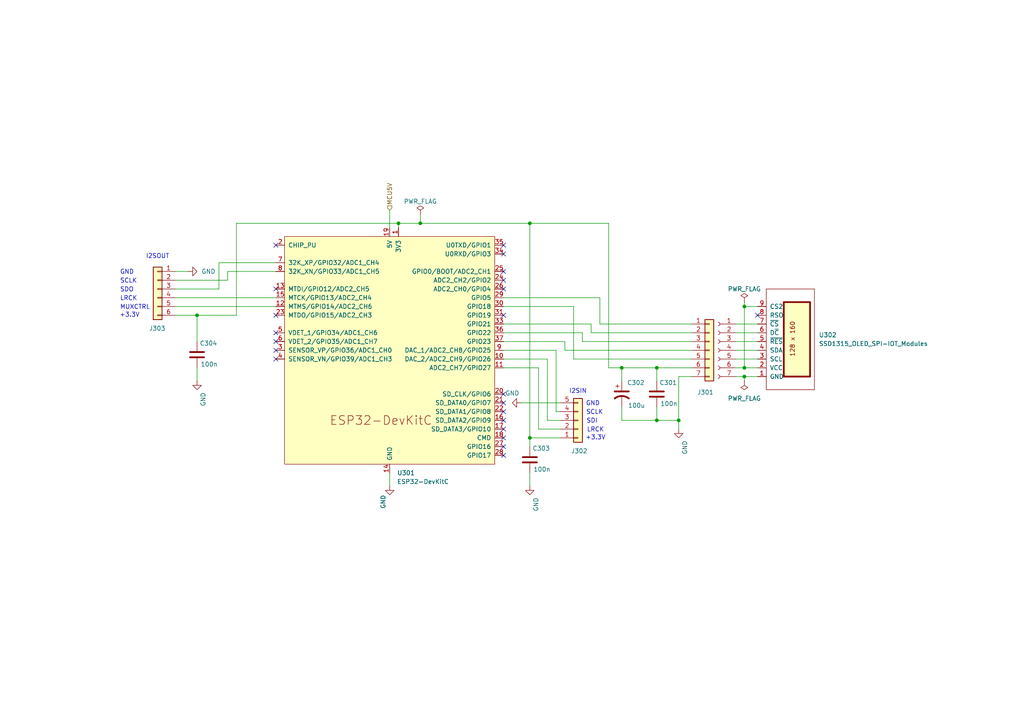
<source format=kicad_sch>
(kicad_sch (version 20250114) (generator "eeschema") (generator_version "9.0")
  (paper "A4")
  (lib_symbols
    (symbol "Connector:Conn_01x07_Socket" (pin_names (offset 1.016) (hide yes))
      (property "Reference" "J" (at 0 10.16 0))
      (property "Value" "Conn_01x07_Socket" (at 0 -10.16 0))
      (symbol "Conn_01x07_Socket_1_1"
        (polyline (pts (xy -1.27 7.62) (xy -0.508 7.62)) (stroke (width 0.1524)))
        (polyline (pts (xy -1.27 5.08) (xy -0.508 5.08)) (stroke (width 0.1524)))
        (polyline (pts (xy -1.27 2.54) (xy -0.508 2.54)) (stroke (width 0.1524)))
        (polyline (pts (xy -1.27 0) (xy -0.508 0)) (stroke (width 0.1524)))
        (polyline (pts (xy -1.27 -2.54) (xy -0.508 -2.54)) (stroke (width 0.1524)))
        (polyline (pts (xy -1.27 -5.08) (xy -0.508 -5.08)) (stroke (width 0.1524)))
        (polyline (pts (xy -1.27 -7.62) (xy -0.508 -7.62)) (stroke (width 0.1524)))
        (arc (start 0 7.112) (mid -0.5058 7.62) (end 0 8.128) (stroke (width 0.1524)))
        (arc (start 0 4.572) (mid -0.5058 5.08) (end 0 5.588) (stroke (width 0.1524)))
        (arc (start 0 2.032) (mid -0.5058 2.54) (end 0 3.048) (stroke (width 0.1524)))
        (arc (start 0 -0.508) (mid -0.5058 0) (end 0 0.508) (stroke (width 0.1524)))
        (arc (start 0 -3.048) (mid -0.5058 -2.54) (end 0 -2.032) (stroke (width 0.1524)))
        (arc (start 0 -5.588) (mid -0.5058 -5.08) (end 0 -4.572) (stroke (width 0.1524)))
        (arc (start 0 -8.128) (mid -0.5058 -7.62) (end 0 -7.112) (stroke (width 0.1524)))
        (pin passive line (at -5.08 7.62 0) (length 3.81) (name "Pin_1") (number "1"))
        (pin passive line (at -5.08 5.08 0) (length 3.81) (name "Pin_2") (number "2"))
        (pin passive line (at -5.08 2.54 0) (length 3.81) (name "Pin_3") (number "3"))
        (pin passive line (at -5.08 0 0) (length 3.81) (name "Pin_4") (number "4"))
        (pin passive line (at -5.08 -2.54 0) (length 3.81) (name "Pin_5") (number "5"))
        (pin passive line (at -5.08 -5.08 0) (length 3.81) (name "Pin_6") (number "6"))
        (pin passive line (at -5.08 -7.62 0) (length 3.81) (name "Pin_7") (number "7"))
      )
    )
    (symbol "Connector_Generic:Conn_01x05" (pin_names (offset 1.016) (hide yes))
      (property "Reference" "J" (at 0 7.62 0))
      (property "Value" "Conn_01x05" (at 0 -7.62 0))
      (symbol "Conn_01x05_1_1"
        (rectangle (start -1.27 6.35) (end 1.27 -6.35) (stroke (width 0.254)) (fill (type background)))
        (rectangle (start -1.27 5.207) (end 0 4.953) (stroke (width 0.1524)))
        (rectangle (start -1.27 2.667) (end 0 2.413) (stroke (width 0.1524)))
        (rectangle (start -1.27 0.127) (end 0 -0.127) (stroke (width 0.1524)))
        (rectangle (start -1.27 -2.413) (end 0 -2.667) (stroke (width 0.1524)))
        (rectangle (start -1.27 -4.953) (end 0 -5.207) (stroke (width 0.1524)))
        (pin passive line (at -5.08 5.08 0) (length 3.81) (name "Pin_1") (number "1"))
        (pin passive line (at -5.08 2.54 0) (length 3.81) (name "Pin_2") (number "2"))
        (pin passive line (at -5.08 0 0) (length 3.81) (name "Pin_3") (number "3"))
        (pin passive line (at -5.08 -2.54 0) (length 3.81) (name "Pin_4") (number "4"))
        (pin passive line (at -5.08 -5.08 0) (length 3.81) (name "Pin_5") (number "5"))
      )
    )
    (symbol "Connector_Generic:Conn_01x06" (pin_names (offset 1.016) (hide yes))
      (property "Reference" "J" (at 0 7.62 0))
      (property "Value" "Conn_01x06" (at 0 -10.16 0))
      (symbol "Conn_01x06_1_1"
        (rectangle (start -1.27 6.35) (end 1.27 -8.89) (stroke (width 0.254)) (fill (type background)))
        (rectangle (start -1.27 5.207) (end 0 4.953) (stroke (width 0.1524)))
        (rectangle (start -1.27 2.667) (end 0 2.413) (stroke (width 0.1524)))
        (rectangle (start -1.27 0.127) (end 0 -0.127) (stroke (width 0.1524)))
        (rectangle (start -1.27 -2.413) (end 0 -2.667) (stroke (width 0.1524)))
        (rectangle (start -1.27 -4.953) (end 0 -5.207) (stroke (width 0.1524)))
        (rectangle (start -1.27 -7.493) (end 0 -7.747) (stroke (width 0.1524)))
        (pin passive line (at -5.08 5.08 0) (length 3.81) (name "Pin_1") (number "1"))
        (pin passive line (at -5.08 2.54 0) (length 3.81) (name "Pin_2") (number "2"))
        (pin passive line (at -5.08 0 0) (length 3.81) (name "Pin_3") (number "3"))
        (pin passive line (at -5.08 -2.54 0) (length 3.81) (name "Pin_4") (number "4"))
        (pin passive line (at -5.08 -5.08 0) (length 3.81) (name "Pin_5") (number "5"))
        (pin passive line (at -5.08 -7.62 0) (length 3.81) (name "Pin_6") (number "6"))
      )
    )
    (symbol "Connector_Generic:Conn_01x07" (pin_names (offset 1.016) (hide yes))
      (property "Reference" "J" (at 0 10.16 0))
      (property "Value" "Conn_01x07" (at 0 -10.16 0))
      (symbol "Conn_01x07_1_1"
        (rectangle (start -1.27 8.89) (end 1.27 -8.89) (stroke (width 0.254)) (fill (type background)))
        (rectangle (start -1.27 7.747) (end 0 7.493) (stroke (width 0.1524)))
        (rectangle (start -1.27 5.207) (end 0 4.953) (stroke (width 0.1524)))
        (rectangle (start -1.27 2.667) (end 0 2.413) (stroke (width 0.1524)))
        (rectangle (start -1.27 0.127) (end 0 -0.127) (stroke (width 0.1524)))
        (rectangle (start -1.27 -2.413) (end 0 -2.667) (stroke (width 0.1524)))
        (rectangle (start -1.27 -4.953) (end 0 -5.207) (stroke (width 0.1524)))
        (rectangle (start -1.27 -7.493) (end 0 -7.747) (stroke (width 0.1524)))
        (pin passive line (at -5.08 7.62 0) (length 3.81) (name "Pin_1") (number "1"))
        (pin passive line (at -5.08 5.08 0) (length 3.81) (name "Pin_2") (number "2"))
        (pin passive line (at -5.08 2.54 0) (length 3.81) (name "Pin_3") (number "3"))
        (pin passive line (at -5.08 0 0) (length 3.81) (name "Pin_4") (number "4"))
        (pin passive line (at -5.08 -2.54 0) (length 3.81) (name "Pin_5") (number "5"))
        (pin passive line (at -5.08 -5.08 0) (length 3.81) (name "Pin_6") (number "6"))
        (pin passive line (at -5.08 -7.62 0) (length 3.81) (name "Pin_7") (number "7"))
      )
    )
    (symbol "Device:C" (pin_numbers (hide yes)) (pin_names (offset 0.254))
      (property "Reference" "C" (at 0.635 2.54 0))
      (property "Value" "C" (at 0.635 -2.54 0))
      (symbol "C_0_1"
        (polyline (pts (xy -2.032 0.762) (xy 2.032 0.762)) (stroke (width 0.508)))
        (polyline (pts (xy -2.032 -0.762) (xy 2.032 -0.762)) (stroke (width 0.508)))
      )
      (symbol "C_1_1"
        (pin passive line (at 0 3.81 270) (length 2.794) (name "~") (number "1"))
        (pin passive line (at 0 -3.81 90) (length 2.794) (name "~") (number "2"))
      )
    )
    (symbol "Device:C_Polarized_US" (pin_numbers (hide yes)) (pin_names (offset 0.254) (hide yes))
      (property "Reference" "C" (at 0.635 2.54 0))
      (property "Value" "C_Polarized_US" (at 0.635 -2.54 0))
      (symbol "C_Polarized_US_0_1"
        (polyline (pts (xy -2.032 0.762) (xy 2.032 0.762)) (stroke (width 0.508)))
        (polyline (pts (xy -1.778 2.286) (xy -0.762 2.286)))
        (polyline (pts (xy -1.27 1.778) (xy -1.27 2.794)))
        (arc (start -2.032 -1.27) (mid 0 -0.5572) (end 2.032 -1.27) (stroke (width 0.508)))
      )
      (symbol "C_Polarized_US_1_1"
        (pin passive line (at 0 3.81 270) (length 2.794) (name "~") (number "1"))
        (pin passive line (at 0 -3.81 90) (length 3.302) (name "~") (number "2"))
      )
    )
    (symbol "Espressif:ESP32-DevKitC" (pin_names (offset 1.016))
      (property "Reference" "U" (at -30.48 38.1 0))
      (property "Value" "ESP32-DevKitC" (at -30.48 35.56 0))
      (symbol "ESP32-DevKitC_0_0"
        (text "ESP32-DevKitC" (at -2.54 -20.32 0) (effects (font (size 2.54 2.54))))
        (pin power_in line (at 0 35.56 270) (length 2.54) (name "5V") (number "19"))
        (pin power_in line (at 0 -35.56 90) (length 2.54) (name "GND") (number "14"))
      )
      (symbol "ESP32-DevKitC_0_1"
        (rectangle (start -30.48 33.02) (end 30.48 -33.02) (fill (type background)))
      )
      (symbol "ESP32-DevKitC_1_1"
        (pin input line (at -33.02 30.48 0) (length 2.54) (name "CHIP_PU") (number "2"))
        (pin bidirectional line (at -33.02 25.4 0) (length 2.54) (name "32K_XP/GPIO32/ADC1_CH4") (number "7"))
        (pin bidirectional line (at -33.02 22.86 0) (length 2.54) (name "32K_XN/GPIO33/ADC1_CH5") (number "8"))
        (pin bidirectional line (at -33.02 17.78 0) (length 2.54) (name "MTDI/GPIO12/ADC2_CH5") (number "13"))
        (pin bidirectional line (at -33.02 15.24 0) (length 2.54) (name "MTCK/GPIO13/ADC2_CH4") (number "15"))
        (pin bidirectional line (at -33.02 12.7 0) (length 2.54) (name "MTMS/GPIO14/ADC2_CH6") (number "12"))
        (pin bidirectional line (at -33.02 10.16 0) (length 2.54) (name "MTDO/GPIO15/ADC2_CH3") (number "23"))
        (pin input line (at -33.02 5.08 0) (length 2.54) (name "VDET_1/GPIO34/ADC1_CH6") (number "5"))
        (pin input line (at -33.02 2.54 0) (length 2.54) (name "VDET_2/GPIO35/ADC1_CH7") (number "6"))
        (pin input line (at -33.02 0 0) (length 2.54) (name "SENSOR_VP/GPIO36/ADC1_CH0") (number "3"))
        (pin input line (at -33.02 -2.54 0) (length 2.54) (name "SENSOR_VN/GPIO39/ADC1_CH3") (number "4"))
        (pin passive line (at 0 -35.56 90) (length 2.54) (hide yes) (name "GND") (number "32"))
        (pin passive line (at 0 -35.56 90) (length 2.54) (hide yes) (name "GND") (number "38"))
        (pin power_in line (at 2.54 35.56 270) (length 2.54) (name "3V3") (number "1"))
        (pin bidirectional line (at 33.02 30.48 180) (length 2.54) (name "U0TXD/GPIO1") (number "35"))
        (pin bidirectional line (at 33.02 27.94 180) (length 2.54) (name "U0RXD/GPIO3") (number "34"))
        (pin bidirectional line (at 33.02 22.86 180) (length 2.54) (name "GPIO0/BOOT/ADC2_CH1") (number "25"))
        (pin bidirectional line (at 33.02 20.32 180) (length 2.54) (name "ADC2_CH2/GPIO2") (number "24"))
        (pin bidirectional line (at 33.02 17.78 180) (length 2.54) (name "ADC2_CH0/GPIO4") (number "26"))
        (pin bidirectional line (at 33.02 15.24 180) (length 2.54) (name "GPIO5") (number "29"))
        (pin bidirectional line (at 33.02 12.7 180) (length 2.54) (name "GPIO18") (number "30"))
        (pin bidirectional line (at 33.02 10.16 180) (length 2.54) (name "GPIO19") (number "31"))
        (pin bidirectional line (at 33.02 7.62 180) (length 2.54) (name "GPIO21") (number "33"))
        (pin bidirectional line (at 33.02 5.08 180) (length 2.54) (name "GPIO22") (number "36"))
        (pin bidirectional line (at 33.02 2.54 180) (length 2.54) (name "GPIO23") (number "37"))
        (pin bidirectional line (at 33.02 0 180) (length 2.54) (name "DAC_1/ADC2_CH8/GPIO25") (number "9"))
        (pin bidirectional line (at 33.02 -2.54 180) (length 2.54) (name "DAC_2/ADC2_CH9/GPIO26") (number "10"))
        (pin bidirectional line (at 33.02 -5.08 180) (length 2.54) (name "ADC2_CH7/GPIO27") (number "11"))
        (pin bidirectional line (at 33.02 -12.7 180) (length 2.54) (name "SD_CLK/GPIO6") (number "20"))
        (pin bidirectional line (at 33.02 -15.24 180) (length 2.54) (name "SD_DATA0/GPIO7") (number "21"))
        (pin bidirectional line (at 33.02 -17.78 180) (length 2.54) (name "SD_DATA1/GPIO8") (number "22"))
        (pin bidirectional line (at 33.02 -20.32 180) (length 2.54) (name "SD_DATA2/GPIO9") (number "16"))
        (pin bidirectional line (at 33.02 -22.86 180) (length 2.54) (name "SD_DATA3/GPIO10") (number "17"))
        (pin bidirectional line (at 33.02 -25.4 180) (length 2.54) (name "CMD") (number "18"))
        (pin bidirectional line (at 33.02 -27.94 180) (length 2.54) (name "GPIO16") (number "27"))
        (pin bidirectional line (at 33.02 -30.48 180) (length 2.54) (name "GPIO17") (number "28"))
      )
    )
    (symbol "GND_1" (power) (pin_numbers (hide yes)) (pin_names (offset 0) (hide yes))
      (property "Value" "GND" (at 0 -3.81 0))
      (symbol "GND_1_0_1"
        (polyline (pts (xy 0 0) (xy 0 -1.27) (xy 1.27 -1.27) (xy 0 -2.54) (xy -1.27 -1.27) (xy 0 -1.27)))
      )
      (symbol "GND_1_1_1"
        (pin power_in line (at 0 0 270) (length 0) (name "~") (number "1"))
      )
    )
    (symbol "GND_6" (power) (pin_numbers (hide yes)) (pin_names (offset 0) (hide yes))
      (property "Value" "GND" (at 0 -3.81 0))
      (symbol "GND_6_0_1"
        (polyline (pts (xy 0 0) (xy 0 -1.27) (xy 1.27 -1.27) (xy 0 -2.54) (xy -1.27 -1.27) (xy 0 -1.27)))
      )
      (symbol "GND_6_1_1"
        (pin power_in line (at 0 0 270) (length 0) (name "~") (number "1"))
      )
    )
    (symbol "PWR_FLAG_2" (power) (pin_numbers (hide yes)) (pin_names (offset 0) (hide yes))
      (property "Value" "PWR_FLAG" (at 0 3.81 0))
      (symbol "PWR_FLAG_2_0_0"
        (pin power_out line (at 0 0 90) (length 0) (name "~") (number "1"))
      )
      (symbol "PWR_FLAG_2_0_1"
        (polyline (pts (xy 0 0) (xy 0 1.27) (xy -1.016 1.905) (xy 0 2.54) (xy 1.016 1.905) (xy 0 1.27)))
      )
    )
    (symbol "SSD1315_OLED_SPI:SSD1315_OLED_SPI-IOT_Modules" (pin_names (offset 1.016))
      (property "Reference" "U" (at 12.7 10.16 0))
      (property "Value" "SSD1315_OLED_SPI-IOT_Modules" (at -1.27 -7.62 0))
      (symbol "SSD1315_OLED_SPI-IOT_Modules_1_1"
        (polyline (pts (xy -15.24 8.89) (xy -15.24 -5.08) (xy 13.97 -5.08) (xy 13.97 8.89) (xy -15.24 8.89)))
        (polyline (pts (xy -11.43 3.81) (xy 10.16 3.81) (xy 10.16 -3.81) (xy -11.43 -3.81) (xy -11.43 3.81)) (stroke (width 0.508)) (fill (type background)))
        (text "128 x 160 " (at 0 1.27 0) (effects (font (size 1.27 1.27))))
        (pin power_in line (at -11.43 11.43 270) (length 2.54) (name "GND") (number "1"))
        (pin power_in line (at -8.89 11.43 270) (length 2.54) (name "VCC") (number "2"))
        (pin input line (at -6.35 11.43 270) (length 2.54) (name "SCL") (number "3"))
        (pin input line (at -3.81 11.43 270) (length 2.54) (name "SDA") (number "4"))
        (pin input line (at -1.27 11.43 270) (length 2.54) (name "~{RES}") (number "5"))
        (pin input line (at 1.27 11.43 270) (length 2.54) (name "D~{C}") (number "6"))
        (pin input line (at 3.81 11.43 270) (length 2.54) (name "~{CS}") (number "7"))
        (pin output line (at 6.35 11.43 270) (length 2.54) (name "RSO") (number "8"))
        (pin input line (at 8.89 11.43 270) (length 2.54) (name "CS2") (number "9"))
      )
    )
    (symbol "power:GND" (power) (pin_numbers (hide yes)) (pin_names (offset 0) (hide yes))
      (property "Value" "GND" (at 0 -3.81 0))
      (symbol "GND_0_1"
        (polyline (pts (xy 0 0) (xy 0 -1.27) (xy 1.27 -1.27) (xy 0 -2.54) (xy -1.27 -1.27) (xy 0 -1.27)))
      )
      (symbol "GND_1_1"
        (pin power_in line (at 0 0 270) (length 0) (name "~") (number "1"))
      )
    )
  )
  (bus_alias "SPI{MISO MOSI SCK DREQ XRST XCS XDCS}" (members "MISO" "MOSI" "SCK" "DREQ" "XRST" "XDCS"))
  (text "LRCK" (at 172.72 124.714 0) (effects (font (size 1.27 1.27))))
  (text "SDO" (at 34.798 84.836 0) (effects (font (size 1.27 1.27)) (justify left bottom)))
  (text "SCLK" (exclude_from_sim yes) (at 172.466 119.634 0) (effects (font (size 1.27 1.27))))
  (text "I2SIN\n" (at 167.64 113.538 0) (effects (font (size 1.27 1.27))))
  (text "LRCK" (at 34.798 87.376 0) (effects (font (size 1.27 1.27)) (justify left bottom)))
  (text "SDI" (at 171.704 122.174 0) (effects (font (size 1.27 1.27))))
  (text "I2SOUT\n" (at 45.72 74.422 0) (effects (font (size 1.27 1.27))))
  (text "SCLK" (at 34.798 82.296 0) (effects (font (size 1.27 1.27)) (justify left bottom)))
  (text "+3.3V" (exclude_from_sim yes) (at 172.72 127 0) (effects (font (size 1.27 1.27))))
  (text "MUXCTRL" (at 34.798 89.916 0) (effects (font (size 1.27 1.27)) (justify left bottom)))
  (text "GND" (exclude_from_sim yes) (at 36.83 78.994 0) (effects (font (size 1.27 1.27))))
  (text "GND" (exclude_from_sim yes) (at 171.958 117.094 0) (effects (font (size 1.27 1.27))))
  (text "+3.3V" (exclude_from_sim yes) (at 37.592 91.44 0) (effects (font (size 1.27 1.27))))
  (junction (at 57.15 91.44))
  (junction (at 196.85 121.92))
  (junction (at 180.34 106.68))
  (junction (at 190.5 121.92))
  (junction (at 215.9 88.9))
  (junction (at 153.67 64.77))
  (junction (at 115.57 64.77))
  (junction (at 121.92 64.77))
  (junction (at 153.67 127))
  (junction (at 215.9 109.22))
  (junction (at 190.5 106.68))
  (junction (at 215.9 106.68))
  (no_connect (at 146.05 73.66))
  (no_connect (at 80.01 91.44))
  (no_connect (at 80.01 83.82))
  (no_connect (at 146.05 116.84))
  (no_connect (at 146.05 78.74))
  (no_connect (at 80.01 101.6))
  (no_connect (at 146.05 91.44))
  (no_connect (at 146.05 127))
  (no_connect (at 146.05 83.82))
  (no_connect (at 80.01 96.52))
  (no_connect (at 146.05 121.92))
  (no_connect (at 80.01 71.12))
  (no_connect (at 146.05 132.08))
  (no_connect (at 80.01 99.06))
  (no_connect (at 146.05 114.3))
  (no_connect (at 219.71 91.44))
  (no_connect (at 146.05 124.46))
  (no_connect (at 146.05 71.12))
  (no_connect (at 146.05 119.38))
  (no_connect (at 146.05 129.54))
  (no_connect (at 146.05 81.28))
  (no_connect (at 80.01 104.14))
  (wire (pts (xy 161.29 119.38) (xy 162.56 119.38)))
  (wire (pts (xy 176.53 64.77) (xy 176.53 106.68)))
  (wire (pts (xy 68.58 91.44) (xy 68.58 64.77)))
  (wire (pts (xy 215.9 106.68) (xy 219.71 106.68)))
  (wire (pts (xy 168.91 99.06) (xy 200.66 99.06)))
  (wire (pts (xy 66.04 78.74) (xy 66.04 81.28)))
  (wire (pts (xy 156.21 124.46) (xy 156.21 106.68)))
  (wire (pts (xy 146.05 93.98) (xy 171.45 93.98)))
  (wire (pts (xy 163.83 101.6) (xy 200.66 101.6)))
  (wire (pts (xy 171.45 96.52) (xy 200.66 96.52)))
  (wire (pts (xy 68.58 64.77) (xy 115.57 64.77)))
  (wire (pts (xy 57.15 91.44) (xy 68.58 91.44)))
  (wire (pts (xy 57.15 91.44) (xy 57.15 99.06)))
  (wire (pts (xy 190.5 106.68) (xy 200.66 106.68)))
  (wire (pts (xy 153.67 127) (xy 153.67 64.77)))
  (wire (pts (xy 153.67 137.16) (xy 153.67 140.97)))
  (wire (pts (xy 146.05 99.06) (xy 163.83 99.06)))
  (wire (pts (xy 215.9 88.9) (xy 219.71 88.9)))
  (wire (pts (xy 161.29 101.6) (xy 161.29 119.38)))
  (wire (pts (xy 190.5 118.11) (xy 190.5 121.92)))
  (wire (pts (xy 213.36 104.14) (xy 219.71 104.14)))
  (wire (pts (xy 121.92 64.77) (xy 153.67 64.77)))
  (wire (pts (xy 200.66 93.98) (xy 173.99 93.98)))
  (wire (pts (xy 63.5 76.2) (xy 80.01 76.2)))
  (wire (pts (xy 213.36 106.68) (xy 215.9 106.68)))
  (wire (pts (xy 215.9 87.63) (xy 215.9 88.9)))
  (wire (pts (xy 168.91 96.52) (xy 168.91 99.06)))
  (wire (pts (xy 215.9 109.22) (xy 215.9 110.49)))
  (wire (pts (xy 190.5 121.92) (xy 180.34 121.92)))
  (wire (pts (xy 146.05 104.14) (xy 158.75 104.14)))
  (wire (pts (xy 146.05 96.52) (xy 168.91 96.52)))
  (wire (pts (xy 180.34 110.49) (xy 180.34 106.68)))
  (wire (pts (xy 151.13 116.84) (xy 162.56 116.84)))
  (wire (pts (xy 50.8 86.36) (xy 80.01 86.36)))
  (wire (pts (xy 50.8 81.28) (xy 66.04 81.28)))
  (wire (pts (xy 146.05 101.6) (xy 161.29 101.6)))
  (wire (pts (xy 146.05 88.9) (xy 166.37 88.9)))
  (wire (pts (xy 162.56 127) (xy 153.67 127)))
  (wire (pts (xy 158.75 121.92) (xy 162.56 121.92)))
  (wire (pts (xy 196.85 121.92) (xy 196.85 124.46)))
  (wire (pts (xy 162.56 124.46) (xy 156.21 124.46)))
  (wire (pts (xy 173.99 86.36) (xy 146.05 86.36)))
  (wire (pts (xy 156.21 106.68) (xy 146.05 106.68)))
  (wire (pts (xy 158.75 104.14) (xy 158.75 121.92)))
  (wire (pts (xy 213.36 96.52) (xy 219.71 96.52)))
  (wire (pts (xy 113.03 137.16) (xy 113.03 140.97)))
  (wire (pts (xy 180.34 121.92) (xy 180.34 118.11)))
  (wire (pts (xy 115.57 64.77) (xy 121.92 64.77)))
  (wire (pts (xy 213.36 109.22) (xy 215.9 109.22)))
  (wire (pts (xy 196.85 109.22) (xy 196.85 121.92)))
  (wire (pts (xy 50.8 83.82) (xy 63.5 83.82)))
  (wire (pts (xy 113.03 60.96) (xy 113.03 66.04)))
  (wire (pts (xy 115.57 64.77) (xy 115.57 66.04)))
  (wire (pts (xy 213.36 93.98) (xy 219.71 93.98)))
  (wire (pts (xy 215.9 109.22) (xy 219.71 109.22)))
  (wire (pts (xy 171.45 93.98) (xy 171.45 96.52)))
  (wire (pts (xy 163.83 99.06) (xy 163.83 101.6)))
  (wire (pts (xy 57.15 106.68) (xy 57.15 110.49)))
  (wire (pts (xy 153.67 127) (xy 153.67 129.54)))
  (wire (pts (xy 176.53 106.68) (xy 180.34 106.68)))
  (wire (pts (xy 200.66 104.14) (xy 166.37 104.14)))
  (wire (pts (xy 50.8 91.44) (xy 57.15 91.44)))
  (wire (pts (xy 50.8 88.9) (xy 80.01 88.9)))
  (wire (pts (xy 121.92 62.23) (xy 121.92 64.77)))
  (wire (pts (xy 66.04 78.74) (xy 80.01 78.74)))
  (wire (pts (xy 63.5 76.2) (xy 63.5 83.82)))
  (wire (pts (xy 213.36 101.6) (xy 219.71 101.6)))
  (wire (pts (xy 180.34 106.68) (xy 190.5 106.68)))
  (wire (pts (xy 166.37 88.9) (xy 166.37 104.14)))
  (wire (pts (xy 190.5 106.68) (xy 190.5 110.49)))
  (wire (pts (xy 215.9 106.68) (xy 215.9 88.9)))
  (wire (pts (xy 196.85 121.92) (xy 190.5 121.92)))
  (wire (pts (xy 153.67 64.77) (xy 176.53 64.77)))
  (wire (pts (xy 213.36 99.06) (xy 219.71 99.06)))
  (wire (pts (xy 200.66 109.22) (xy 196.85 109.22)))
  (wire (pts (xy 173.99 93.98) (xy 173.99 86.36)))
  (wire (pts (xy 50.8 78.74) (xy 54.61 78.74)))
  (hierarchical_label "MCU5V" (shape input) (at 113.03 60.96 90))
  (symbol (lib_id "Device:C") (at 153.67 133.35 0) (unit 1)
    (property "Reference" "C303" (at 154.432 130.048 0) (effects (justify left)))
    (property "Value" "100n" (at 154.686 136.144 0) (effects (justify left)))
    (property "Footprint" "Capacitor_THT:C_Disc_D5.0mm_W2.5mm_P5.00mm" (effects (hide yes)))
    (property "Description" "Unpolarized capacitor" (effects (hide yes)))
  )
  (symbol (lib_id "Connector:Conn_01x07_Socket") (at 208.28 101.6 0) (mirror y) (unit 1) (on_board no)
    (property "Reference" "J399" (effects (hide yes)))
    (property "Value" "Conn_01x07_Socket" (effects (hide yes)))
    (property "Description" "Generic connector, single row, 01x07, script generated" (effects (hide yes)))
  )
  (symbol (lib_name "GND_1") (lib_id "power:GND") (at 196.85 124.46 0) (mirror y) (unit 1)
    (property "Reference" "#PWR0301" (effects (hide yes)))
    (property "Value" "GND" (at 198.628 127.762 90) (effects (justify right)))
    (property "Description" "Power symbol creates a global label with name \"GND\" , ground" (effects (hide yes)))
  )
  (symbol (lib_id "Espressif:ESP32-DevKitC") (at 113.03 101.6 0) (unit 1)
    (property "Reference" "U301" (at 115.1733 137.16 0) (effects (justify left)))
    (property "Value" "ESP32-DevKitC" (at 115.1733 139.7 0) (effects (justify left)))
    (property "Footprint" "KiCad_modulesFP:ESP32-DevKitC" (effects (hide yes)))
    (property "Datasheet" "https://docs.espressif.com/projects/esp-idf/zh_CN/latest/esp32/hw-reference/esp32/get-started-devkitc.html" (effects (hide yes)))
    (property "Description" "Development Kit" (effects (hide yes)))
  )
  (symbol (lib_id "Device:C_Polarized_US") (at 180.34 114.3 0) (unit 1)
    (property "Reference" "C302" (at 181.864 110.998 0) (effects (justify left)))
    (property "Value" "100u" (at 182.118 117.602 0) (effects (justify left)))
    (property "Footprint" "Capacitor_THT:CP_Radial_D8.0mm_P5.00mm" (effects (hide yes)))
    (property "Description" "Polarized capacitor, US symbol" (effects (hide yes)))
  )
  (symbol (lib_name "GND_6") (lib_id "power:GND") (at 151.13 116.84 270) (mirror x) (unit 1)
    (property "Reference" "#PWR0316" (effects (hide yes)))
    (property "Value" "GND" (at 148.59 114.046 90))
    (property "Description" "Power symbol creates a global label with name \"GND\" , ground" (effects (hide yes)))
  )
  (symbol (lib_id "Device:C") (at 190.5 114.3 0) (unit 1)
    (property "Reference" "C301" (at 191.262 110.998 0) (effects (justify left)))
    (property "Value" "100n" (at 191.516 117.094 0) (effects (justify left)))
    (property "Footprint" "Capacitor_THT:C_Disc_D5.0mm_W2.5mm_P5.00mm" (effects (hide yes)))
    (property "Description" "Unpolarized capacitor" (effects (hide yes)))
  )
  (symbol (lib_name "PWR_FLAG_2") (lib_id "power:PWR_FLAG") (at 121.92 62.23 0) (unit 1)
    (property "Reference" "#FLG0301" (effects (hide yes)))
    (property "Value" "PWR_FLAG" (at 121.92 58.42 0))
    (property "Description" "Special symbol for telling ERC where power comes from" (effects (hide yes)))
  )
  (symbol (lib_name "GND_1") (lib_id "power:GND") (at 153.67 140.97 0) (mirror y) (unit 1)
    (property "Reference" "#PWR0303" (effects (hide yes)))
    (property "Value" "GND" (at 155.448 144.272 90) (effects (justify right)))
    (property "Description" "Power symbol creates a global label with name \"GND\" , ground" (effects (hide yes)))
  )
  (symbol (lib_id "Connector_Generic:Conn_01x05") (at 167.64 121.92 0) (mirror x) (unit 1)
    (property "Reference" "J302" (at 165.608 130.81 0) (effects (justify left)))
    (property "Value" "Conn_01x05" (effects (hide yes)))
    (property "Footprint" "Connector_Molex:Molex_PicoBlade_53048-0510_1x05_P1.25mm_Horizontal" (effects (hide yes)))
    (property "Description" "Generic connector, single row, 01x05, script generated (kicad-library-utils/schlib/autogen/connector/)" (effects (hide yes)))
  )
  (symbol (lib_name "GND_1") (lib_id "power:GND") (at 57.15 110.49 0) (mirror y) (unit 1)
    (property "Reference" "#PWR0304" (effects (hide yes)))
    (property "Value" "GND" (at 58.928 113.792 90) (effects (justify right)))
    (property "Description" "Power symbol creates a global label with name \"GND\" , ground" (effects (hide yes)))
  )
  (symbol (lib_name "PWR_FLAG_2") (lib_id "power:PWR_FLAG") (at 215.9 87.63 0) (unit 1)
    (property "Reference" "#FLG0302" (effects (hide yes)))
    (property "Value" "PWR_FLAG" (at 215.9 83.82 0))
    (property "Description" "Special symbol for telling ERC where power comes from" (effects (hide yes)))
  )
  (symbol (lib_id "Device:C") (at 57.15 102.87 0) (unit 1)
    (property "Reference" "C304" (at 57.912 99.568 0) (effects (justify left)))
    (property "Value" "100n" (at 58.166 105.664 0) (effects (justify left)))
    (property "Footprint" "Capacitor_THT:C_Disc_D5.0mm_W2.5mm_P5.00mm" (effects (hide yes)))
    (property "Description" "Unpolarized capacitor" (effects (hide yes)))
  )
  (symbol (lib_name "GND_1") (lib_id "power:GND") (at 113.03 140.97 0) (mirror y) (unit 1)
    (property "Reference" "#PWR0302" (effects (hide yes)))
    (property "Value" "GND" (at 111.125 143.51 90) (effects (justify right)))
    (property "Description" "Power symbol creates a global label with name \"GND\" , ground" (effects (hide yes)))
  )
  (symbol (lib_id "SSD1315_OLED_SPI:SSD1315_OLED_SPI-IOT_Modules") (at 231.14 97.79 90) (unit 1) (in_bom no) (on_board no)
    (property "Reference" "U302" (at 237.49 97.1549 90) (effects (justify right)))
    (property "Value" "SSD1315_OLED_SPI-IOT_Modules" (at 237.49 99.6949 90) (effects (justify right)))
    (property "Description" "OLED with SPI interface and a SSD1315 controller" (effects (hide yes)))
  )
  (symbol (lib_id "power:GND") (at 54.61 78.74 90) (unit 1)
    (property "Reference" "#PWR0504" (effects (hide yes)))
    (property "Value" "GND" (at 58.42 78.7399 90) (effects (justify right)))
    (property "Description" "Power symbol creates a global label with name \"GND\" , ground" (effects (hide yes)))
  )
  (symbol (lib_id "Connector_Generic:Conn_01x07") (at 205.74 101.6 0) (unit 1)
    (property "Reference" "J301" (at 202.184 113.792 0) (effects (justify left)))
    (property "Value" "Conn_01x07" (effects (hide yes)))
    (property "Footprint" "Connector_Molex:Molex_PicoBlade_53048-0710_1x07_P1.25mm_Horizontal" (effects (hide yes)))
    (property "Description" "Generic connector, single row, 01x07, script generated (kicad-library-utils/schlib/autogen/connector/)" (effects (hide yes)))
  )
  (symbol (lib_id "Connector_Generic:Conn_01x06") (at 45.72 83.82 0) (mirror y) (unit 1)
    (property "Reference" "J303" (at 48.006 95.25 0) (effects (justify left)))
    (property "Value" "Conn_01x06" (effects (hide yes)))
    (property "Footprint" "Connector_Molex:Molex_PicoBlade_53048-0610_1x06_P1.25mm_Horizontal" (effects (hide yes)))
    (property "Description" "Generic connector, single row, 01x06, script generated (kicad-library-utils/schlib/autogen/connector/)" (effects (hide yes)))
  )
  (symbol (lib_name "PWR_FLAG_2") (lib_id "power:PWR_FLAG") (at 215.9 110.49 180) (unit 1)
    (property "Reference" "#FLG0303" (effects (hide yes)))
    (property "Value" "PWR_FLAG" (at 215.9 115.57 0))
    (property "Description" "Special symbol for telling ERC where power comes from" (effects (hide yes)))
  )
)
</source>
